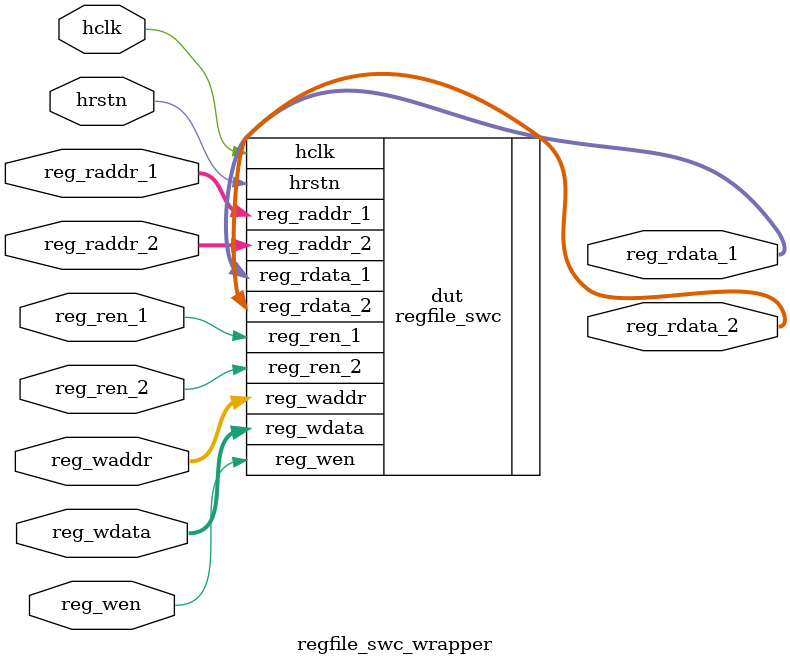
<source format=v>
module regfile_swc_wrapper (
    input hclk,
    input hrstn,
    input [4:0] reg_waddr,
    input [31:0] reg_wdata,
    input reg_wen,
    input [4:0] reg_raddr_1,
    input reg_ren_1,
    input [4:0] reg_raddr_2,
    input reg_ren_2,
    output reg [31:0] reg_rdata_1,
    output reg [31:0] reg_rdata_2
);

    regfile_swc dut (
        .hclk(hclk),
        .hrstn(hrstn),
        .reg_waddr(reg_waddr),
        .reg_wdata(reg_wdata),
        .reg_wen(reg_wen),
        .reg_raddr_1(reg_raddr_1),
        .reg_ren_1(reg_ren_1),
        .reg_raddr_2(reg_raddr_2),
        .reg_ren_2(reg_ren_2),
        .reg_rdata_1(reg_rdata_1),
        .reg_rdata_2(reg_rdata_2)
    );
    initial begin
        $dumpfile(".\vcds\regfile_swc.vcd");
        $dumpvars(0, regfile_swc_wrapper);
    end
endmodule

</source>
